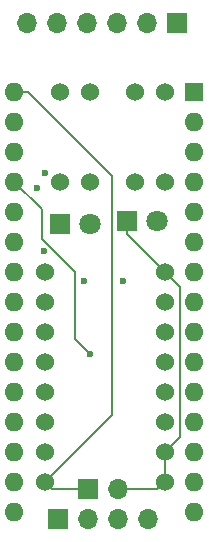
<source format=gbr>
%TF.GenerationSoftware,KiCad,Pcbnew,8.0.5*%
%TF.CreationDate,2024-10-10T01:08:20+09:00*%
%TF.ProjectId,BD,42442e6b-6963-4616-945f-706362585858,rev?*%
%TF.SameCoordinates,Original*%
%TF.FileFunction,Copper,L4,Bot*%
%TF.FilePolarity,Positive*%
%FSLAX46Y46*%
G04 Gerber Fmt 4.6, Leading zero omitted, Abs format (unit mm)*
G04 Created by KiCad (PCBNEW 8.0.5) date 2024-10-10 01:08:20*
%MOMM*%
%LPD*%
G01*
G04 APERTURE LIST*
%TA.AperFunction,ComponentPad*%
%ADD10R,1.700000X1.700000*%
%TD*%
%TA.AperFunction,ComponentPad*%
%ADD11O,1.700000X1.700000*%
%TD*%
%TA.AperFunction,ComponentPad*%
%ADD12C,1.524000*%
%TD*%
%TA.AperFunction,ComponentPad*%
%ADD13R,1.800000X1.800000*%
%TD*%
%TA.AperFunction,ComponentPad*%
%ADD14C,1.800000*%
%TD*%
%TA.AperFunction,ComponentPad*%
%ADD15O,1.600000X1.600000*%
%TD*%
%TA.AperFunction,ComponentPad*%
%ADD16R,1.600000X1.600000*%
%TD*%
%TA.AperFunction,ViaPad*%
%ADD17C,0.600000*%
%TD*%
%TA.AperFunction,Conductor*%
%ADD18C,0.200000*%
%TD*%
G04 APERTURE END LIST*
D10*
%TO.P,J2,1,Pin_1*%
%TO.N,Net-(J2-Pin_1)*%
X18425000Y-59665000D03*
D11*
%TO.P,J2,2,Pin_2*%
%TO.N,Net-(J2-Pin_2)*%
X20965000Y-59665000D03*
%TO.P,J2,3,Pin_3*%
%TO.N,Net-(J2-Pin_3)*%
X23505000Y-59665000D03*
%TO.P,J2,4,Pin_4*%
%TO.N,Net-(J2-Pin_4)*%
X26045000Y-59665000D03*
%TD*%
D12*
%TO.P,SW1,1,1*%
%TO.N,SW1*%
X24892000Y-31115000D03*
%TO.P,SW1,2,2*%
%TO.N,GND*%
X27432000Y-31115000D03*
%TO.P,SW1,3*%
%TO.N,N/C*%
X27432000Y-23495000D03*
%TO.P,SW1,4*%
X24892000Y-23495000D03*
%TD*%
%TO.P,U1,1,LARGE*%
%TO.N,GND*%
X27432000Y-56515000D03*
%TO.P,U1,2,MODE*%
X27432000Y-53975000D03*
%TO.P,U1,3,STBY*%
%TO.N,+5V*%
X27432000Y-51435000D03*
%TO.P,U1,4,IN4*%
%TO.N,IN4*%
X27432000Y-48895000D03*
%TO.P,U1,5,IN3*%
%TO.N,IN3*%
X27432000Y-46355000D03*
%TO.P,U1,6,IN2*%
%TO.N,IN2*%
X27432000Y-43815000D03*
%TO.P,U1,7,IN1*%
%TO.N,IN1*%
X27432000Y-41275000D03*
%TO.P,U1,8,GND*%
%TO.N,GND*%
X27432000Y-38735000D03*
%TO.P,U1,9,GND*%
%TO.N,unconnected-(U1-GND-Pad9)*%
X17272000Y-38735000D03*
%TO.P,U1,10,GND*%
%TO.N,unconnected-(U1-GND-Pad10)*%
X17272000Y-41275000D03*
%TO.P,U1,11,OUT1*%
%TO.N,Net-(J2-Pin_4)*%
X17272000Y-43815000D03*
%TO.P,U1,12,OUT2*%
%TO.N,Net-(J2-Pin_3)*%
X17272000Y-46355000D03*
%TO.P,U1,13,OUT3*%
%TO.N,Net-(J2-Pin_2)*%
X17272000Y-48895000D03*
%TO.P,U1,14,OUT4*%
%TO.N,Net-(J2-Pin_1)*%
X17272000Y-51435000D03*
%TO.P,U1,15,VM*%
%TO.N,VCC*%
X17272000Y-53975000D03*
%TO.P,U1,16,VM*%
X17272000Y-56515000D03*
%TD*%
D13*
%TO.P,D2,1,K*%
%TO.N,GND*%
X18542000Y-34671000D03*
D14*
%TO.P,D2,2,A*%
%TO.N,Net-(A1-D4)*%
X21082000Y-34671000D03*
%TD*%
D12*
%TO.P,SW2,1,1*%
%TO.N,SW2*%
X21082000Y-31115000D03*
%TO.P,SW2,2,2*%
%TO.N,GND*%
X18542000Y-31115000D03*
%TO.P,SW2,3*%
%TO.N,N/C*%
X21082000Y-23495000D03*
%TO.P,SW2,4*%
X18542000Y-23495000D03*
%TD*%
D10*
%TO.P,J3,1,Pin_1*%
%TO.N,VCC*%
X20955000Y-57150000D03*
D11*
%TO.P,J3,2,Pin_2*%
%TO.N,GND*%
X23495000Y-57150000D03*
%TD*%
D13*
%TO.P,D1,1,K*%
%TO.N,GND*%
X24257000Y-34417000D03*
D14*
%TO.P,D1,2,A*%
%TO.N,Net-(A1-D2)*%
X26797000Y-34417000D03*
%TD*%
D11*
%TO.P,J1,6,Pin_6*%
%TO.N,Net-(A1-SCL{slash}A5)*%
X15748000Y-17653000D03*
%TO.P,J1,5,Pin_5*%
%TO.N,Net-(A1-SDA{slash}A4)*%
X18288000Y-17653000D03*
%TO.P,J1,4,Pin_4*%
%TO.N,Net-(A1-A3)*%
X20828000Y-17653000D03*
%TO.P,J1,3,Pin_3*%
%TO.N,Net-(A1-A2)*%
X23368000Y-17653000D03*
%TO.P,J1,2,Pin_2*%
%TO.N,Net-(A1-A1)*%
X25908000Y-17653000D03*
D10*
%TO.P,J1,1,Pin_1*%
%TO.N,Net-(A1-A0)*%
X28448000Y-17653000D03*
%TD*%
D15*
%TO.P,A1,30,VIN*%
%TO.N,VCC*%
X14722000Y-23495000D03*
%TO.P,A1,29,GND*%
%TO.N,GND*%
X14722000Y-26035000D03*
%TO.P,A1,28,~{RESET}*%
%TO.N,unconnected-(A1-~{RESET}-Pad28)*%
X14722000Y-28575000D03*
%TO.P,A1,27,+5V*%
%TO.N,+5V*%
X14722000Y-31115000D03*
%TO.P,A1,26,A7*%
%TO.N,SW2*%
X14722000Y-33655000D03*
%TO.P,A1,25,A6*%
%TO.N,SW1*%
X14722000Y-36195000D03*
%TO.P,A1,24,SCL/A5*%
%TO.N,Net-(A1-SCL{slash}A5)*%
X14722000Y-38735000D03*
%TO.P,A1,23,SDA/A4*%
%TO.N,Net-(A1-SDA{slash}A4)*%
X14722000Y-41275000D03*
%TO.P,A1,22,A3*%
%TO.N,Net-(A1-A3)*%
X14722000Y-43815000D03*
%TO.P,A1,21,A2*%
%TO.N,Net-(A1-A2)*%
X14722000Y-46355000D03*
%TO.P,A1,20,A1*%
%TO.N,Net-(A1-A1)*%
X14722000Y-48895000D03*
%TO.P,A1,19,A0*%
%TO.N,Net-(A1-A0)*%
X14722000Y-51435000D03*
%TO.P,A1,18,AREF*%
%TO.N,unconnected-(A1-AREF-Pad18)*%
X14722000Y-53975000D03*
%TO.P,A1,17,3V3*%
%TO.N,unconnected-(A1-3V3-Pad17)*%
X14722000Y-56515000D03*
%TO.P,A1,16,SCK*%
%TO.N,unconnected-(A1-SCK-Pad16)*%
X14722000Y-59055000D03*
%TO.P,A1,15,MISO*%
%TO.N,unconnected-(A1-MISO-Pad15)*%
X29962000Y-59055000D03*
%TO.P,A1,14,MOSI*%
%TO.N,unconnected-(A1-MOSI-Pad14)*%
X29962000Y-56515000D03*
%TO.P,A1,13,D10*%
%TO.N,IN4*%
X29962000Y-53975000D03*
%TO.P,A1,12,D9*%
%TO.N,IN3*%
X29962000Y-51435000D03*
%TO.P,A1,11,D8*%
%TO.N,unconnected-(A1-D8-Pad11)*%
X29962000Y-48895000D03*
%TO.P,A1,10,D7*%
%TO.N,unconnected-(A1-D7-Pad10)*%
X29962000Y-46355000D03*
%TO.P,A1,9,D6*%
%TO.N,IN2*%
X29962000Y-43815000D03*
%TO.P,A1,8,D5*%
%TO.N,IN1*%
X29962000Y-41275000D03*
%TO.P,A1,7,D4*%
%TO.N,Net-(A1-D4)*%
X29962000Y-38735000D03*
%TO.P,A1,6,D3*%
%TO.N,unconnected-(A1-D3-Pad6)*%
X29962000Y-36195000D03*
%TO.P,A1,5,D2*%
%TO.N,Net-(A1-D2)*%
X29962000Y-33655000D03*
%TO.P,A1,4,GND*%
%TO.N,GND*%
X29962000Y-31115000D03*
%TO.P,A1,3,~{RESET}*%
%TO.N,unconnected-(A1-~{RESET}-Pad3)*%
X29962000Y-28575000D03*
%TO.P,A1,2,RX1*%
%TO.N,unconnected-(A1-RX1-Pad2)*%
X29962000Y-26035000D03*
D16*
%TO.P,A1,1,TX1*%
%TO.N,unconnected-(A1-TX1-Pad1)*%
X29962000Y-23495000D03*
%TD*%
D17*
%TO.N,Net-(A1-SCL{slash}A5)*%
X16672000Y-31623000D03*
%TO.N,Net-(A1-A3)*%
X17228735Y-37000265D03*
X17272000Y-30353000D03*
%TO.N,SW1*%
X20574000Y-39497000D03*
%TO.N,SW2*%
X23876000Y-39497000D03*
%TO.N,+5V*%
X21082000Y-45720000D03*
%TD*%
D18*
%TO.N,VCC*%
X17907000Y-57150000D02*
X17272000Y-56515000D01*
X20955000Y-57150000D02*
X17907000Y-57150000D01*
%TO.N,GND*%
X26797000Y-57150000D02*
X27432000Y-56515000D01*
X23495000Y-57150000D02*
X26797000Y-57150000D01*
X27432000Y-53975000D02*
X27432000Y-56515000D01*
X28702000Y-52705000D02*
X27432000Y-53975000D01*
X28702000Y-40005000D02*
X28702000Y-52705000D01*
X27432000Y-38735000D02*
X28702000Y-40005000D01*
X24257000Y-35560000D02*
X27432000Y-38735000D01*
X24257000Y-34925000D02*
X24257000Y-35560000D01*
%TO.N,VCC*%
X22952000Y-50835000D02*
X17272000Y-56515000D01*
X22952000Y-30593630D02*
X22952000Y-50835000D01*
X15853370Y-23495000D02*
X22952000Y-30593630D01*
X14722000Y-23495000D02*
X15853370Y-23495000D01*
%TO.N,+5V*%
X21082000Y-45720000D02*
X19812000Y-44450000D01*
X19812000Y-44450000D02*
X19812000Y-38735000D01*
X19812000Y-38735000D02*
X17018000Y-35941000D01*
X17018000Y-35941000D02*
X17018000Y-33411000D01*
X17018000Y-33411000D02*
X14722000Y-31115000D01*
%TD*%
M02*

</source>
